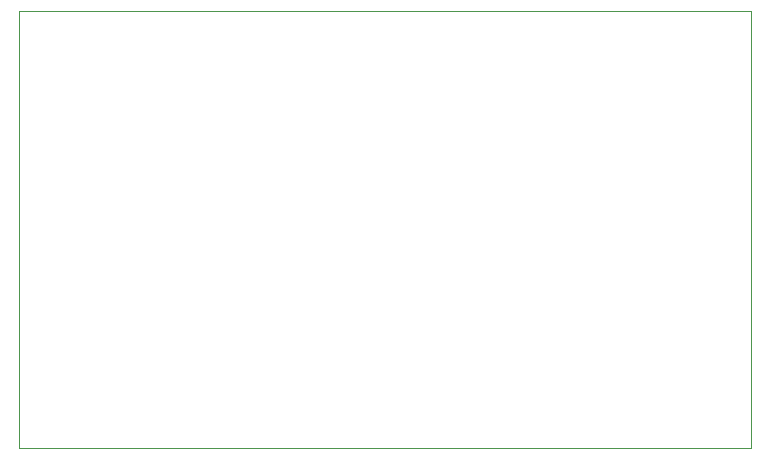
<source format=gbr>
%TF.GenerationSoftware,KiCad,Pcbnew,5.1.10-1.fc33*%
%TF.CreationDate,2021-08-29T12:40:12-07:00*%
%TF.ProjectId,hardware,68617264-7761-4726-952e-6b696361645f,rev?*%
%TF.SameCoordinates,Original*%
%TF.FileFunction,Profile,NP*%
%FSLAX46Y46*%
G04 Gerber Fmt 4.6, Leading zero omitted, Abs format (unit mm)*
G04 Created by KiCad (PCBNEW 5.1.10-1.fc33) date 2021-08-29 12:40:12*
%MOMM*%
%LPD*%
G01*
G04 APERTURE LIST*
%TA.AperFunction,Profile*%
%ADD10C,0.050000*%
%TD*%
G04 APERTURE END LIST*
D10*
X86000000Y-94000000D02*
X86000000Y-131000000D01*
X148000000Y-94000000D02*
X86000000Y-94000000D01*
X148000000Y-131000000D02*
X148000000Y-94000000D01*
X86000000Y-131000000D02*
X148000000Y-131000000D01*
M02*

</source>
